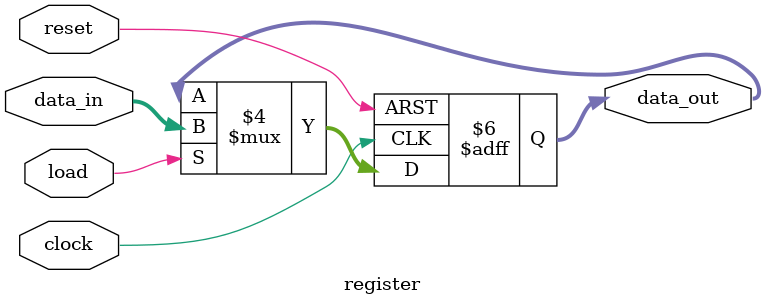
<source format=v>
module register(data_out, data_in, load, reset, clock);
    parameter n = 8;

    output reg [n-1:0] data_out;

    input [n-1:0] data_in;
    input load;
    input reset;
    input clock;

    initial begin
        data_out <= {n{1'b0}};
    end

    always @ (posedge clock or posedge reset) begin
        if (reset) begin
            data_out <= 0;
        end else if (load) begin
            data_out <= data_in;
        end else begin
            data_out <= data_out;
        end
    end
endmodule


</source>
